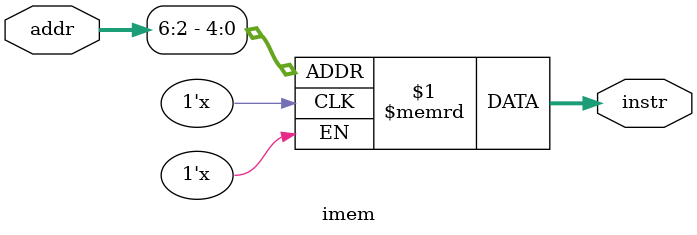
<source format=v>
module imem(
    input [31:0] addr,
    output [31:0] instr
);

reg [31:0] memory [0:31];

assign instr = memory[addr[6:2]]; 
//ignore last 2 bits for some reason.

// Why [6:2]?
// instructions are 4 bytes aligned
// lower 2 bits always 00
// saves memory space
// Hardware loves alignment.

endmodule

</source>
